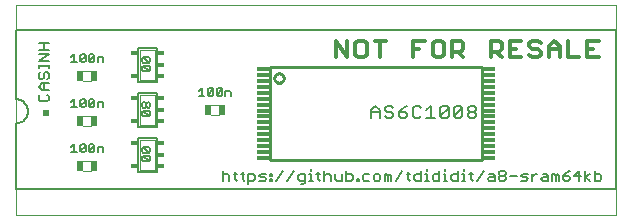
<source format=gto>
G75*
%MOIN*%
%OFA0B0*%
%FSLAX24Y24*%
%IPPOS*%
%LPD*%
%AMOC8*
5,1,8,0,0,1.08239X$1,22.5*
%
%ADD10C,0.0000*%
%ADD11C,0.0060*%
%ADD12C,0.0140*%
%ADD13C,0.0100*%
%ADD14R,0.0420X0.0120*%
%ADD15C,0.0080*%
%ADD16C,0.0004*%
%ADD17C,0.0050*%
%ADD18C,0.0030*%
%ADD19R,0.0295X0.0130*%
%ADD20R,0.0200X0.0200*%
%ADD21C,0.0040*%
%ADD22R,0.0197X0.0374*%
D10*
X000180Y000180D02*
X000180Y007180D01*
X020180Y007180D01*
X020180Y000180D01*
X000180Y000180D01*
D11*
X000180Y001030D02*
X000180Y003230D01*
X000219Y003232D01*
X000258Y003238D01*
X000296Y003247D01*
X000333Y003260D01*
X000369Y003277D01*
X000402Y003297D01*
X000434Y003321D01*
X000463Y003347D01*
X000489Y003376D01*
X000513Y003408D01*
X000533Y003441D01*
X000550Y003477D01*
X000563Y003514D01*
X000572Y003552D01*
X000578Y003591D01*
X000580Y003630D01*
X000578Y003669D01*
X000572Y003708D01*
X000563Y003746D01*
X000550Y003783D01*
X000533Y003819D01*
X000513Y003852D01*
X000489Y003884D01*
X000463Y003913D01*
X000434Y003939D01*
X000402Y003963D01*
X000369Y003983D01*
X000333Y004000D01*
X000296Y004013D01*
X000258Y004022D01*
X000219Y004028D01*
X000180Y004030D01*
X000180Y006330D01*
X020180Y006330D01*
X020180Y001030D01*
X000180Y001030D01*
X007067Y001310D02*
X007067Y001650D01*
X007123Y001537D02*
X007237Y001537D01*
X007294Y001480D01*
X007294Y001310D01*
X007492Y001367D02*
X007548Y001310D01*
X007492Y001367D02*
X007492Y001594D01*
X007548Y001537D02*
X007435Y001537D01*
X007681Y001537D02*
X007794Y001537D01*
X007737Y001594D02*
X007737Y001367D01*
X007794Y001310D01*
X007926Y001310D02*
X008096Y001310D01*
X008153Y001367D01*
X008153Y001480D01*
X008096Y001537D01*
X007926Y001537D01*
X007926Y001197D01*
X008294Y001310D02*
X008465Y001310D01*
X008521Y001367D01*
X008465Y001423D01*
X008351Y001423D01*
X008294Y001480D01*
X008351Y001537D01*
X008521Y001537D01*
X008663Y001537D02*
X008663Y001480D01*
X008719Y001480D01*
X008719Y001537D01*
X008663Y001537D01*
X008663Y001367D02*
X008663Y001310D01*
X008719Y001310D01*
X008719Y001367D01*
X008663Y001367D01*
X008847Y001310D02*
X009074Y001650D01*
X009215Y001310D02*
X009442Y001650D01*
X009584Y001480D02*
X009584Y001367D01*
X009640Y001310D01*
X009810Y001310D01*
X009810Y001253D02*
X009810Y001537D01*
X009640Y001537D01*
X009584Y001480D01*
X009952Y001537D02*
X010009Y001537D01*
X010009Y001310D01*
X010065Y001310D02*
X009952Y001310D01*
X009810Y001253D02*
X009754Y001197D01*
X009697Y001197D01*
X010254Y001367D02*
X010311Y001310D01*
X010254Y001367D02*
X010254Y001594D01*
X010197Y001537D02*
X010311Y001537D01*
X010443Y001480D02*
X010500Y001537D01*
X010613Y001537D01*
X010670Y001480D01*
X010670Y001310D01*
X010811Y001367D02*
X010868Y001310D01*
X011038Y001310D01*
X011038Y001537D01*
X011180Y001537D02*
X011350Y001537D01*
X011406Y001480D01*
X011406Y001367D01*
X011350Y001310D01*
X011180Y001310D01*
X011180Y001650D01*
X010811Y001537D02*
X010811Y001367D01*
X010443Y001310D02*
X010443Y001650D01*
X010009Y001650D02*
X010009Y001707D01*
X011548Y001367D02*
X011548Y001310D01*
X011605Y001310D01*
X011605Y001367D01*
X011548Y001367D01*
X011732Y001367D02*
X011789Y001310D01*
X011959Y001310D01*
X012100Y001367D02*
X012157Y001310D01*
X012271Y001310D01*
X012327Y001367D01*
X012327Y001480D01*
X012271Y001537D01*
X012157Y001537D01*
X012100Y001480D01*
X012100Y001367D01*
X011959Y001537D02*
X011789Y001537D01*
X011732Y001480D01*
X011732Y001367D01*
X012469Y001310D02*
X012469Y001537D01*
X012525Y001537D01*
X012582Y001480D01*
X012639Y001537D01*
X012696Y001480D01*
X012696Y001310D01*
X012582Y001310D02*
X012582Y001480D01*
X012837Y001310D02*
X013064Y001650D01*
X013262Y001594D02*
X013262Y001367D01*
X013319Y001310D01*
X013451Y001367D02*
X013451Y001480D01*
X013508Y001537D01*
X013678Y001537D01*
X013819Y001537D02*
X013876Y001537D01*
X013876Y001310D01*
X013819Y001310D02*
X013933Y001310D01*
X014065Y001367D02*
X014065Y001480D01*
X014121Y001537D01*
X014292Y001537D01*
X014433Y001537D02*
X014490Y001537D01*
X014490Y001310D01*
X014546Y001310D02*
X014433Y001310D01*
X014292Y001310D02*
X014121Y001310D01*
X014065Y001367D01*
X014292Y001310D02*
X014292Y001650D01*
X014490Y001650D02*
X014490Y001707D01*
X014905Y001650D02*
X014905Y001310D01*
X014735Y001310D01*
X014679Y001367D01*
X014679Y001480D01*
X014735Y001537D01*
X014905Y001537D01*
X015047Y001537D02*
X015104Y001537D01*
X015104Y001310D01*
X015160Y001310D02*
X015047Y001310D01*
X015349Y001367D02*
X015406Y001310D01*
X015349Y001367D02*
X015349Y001594D01*
X015292Y001537D02*
X015406Y001537D01*
X015538Y001310D02*
X015765Y001650D01*
X015963Y001537D02*
X016076Y001537D01*
X016133Y001480D01*
X016133Y001310D01*
X015963Y001310D01*
X015906Y001367D01*
X015963Y001423D01*
X016133Y001423D01*
X016275Y001423D02*
X016331Y001480D01*
X016445Y001480D01*
X016501Y001423D01*
X016501Y001367D01*
X016445Y001310D01*
X016331Y001310D01*
X016275Y001367D01*
X016275Y001423D01*
X016331Y001480D02*
X016275Y001537D01*
X016275Y001594D01*
X016331Y001650D01*
X016445Y001650D01*
X016501Y001594D01*
X016501Y001537D01*
X016445Y001480D01*
X016643Y001480D02*
X016870Y001480D01*
X017011Y001480D02*
X017068Y001423D01*
X017181Y001423D01*
X017238Y001367D01*
X017181Y001310D01*
X017011Y001310D01*
X017380Y001310D02*
X017380Y001537D01*
X017493Y001537D02*
X017550Y001537D01*
X017493Y001537D02*
X017380Y001423D01*
X017238Y001537D02*
X017068Y001537D01*
X017011Y001480D01*
X017686Y001367D02*
X017743Y001423D01*
X017913Y001423D01*
X017913Y001480D02*
X017913Y001310D01*
X017743Y001310D01*
X017686Y001367D01*
X017743Y001537D02*
X017857Y001537D01*
X017913Y001480D01*
X018055Y001537D02*
X018112Y001537D01*
X018168Y001480D01*
X018225Y001537D01*
X018282Y001480D01*
X018282Y001310D01*
X018168Y001310D02*
X018168Y001480D01*
X018055Y001537D02*
X018055Y001310D01*
X018423Y001367D02*
X018480Y001310D01*
X018593Y001310D01*
X018650Y001367D01*
X018650Y001423D01*
X018593Y001480D01*
X018423Y001480D01*
X018423Y001367D01*
X018423Y001480D02*
X018537Y001594D01*
X018650Y001650D01*
X018791Y001480D02*
X019018Y001480D01*
X019160Y001423D02*
X019330Y001537D01*
X019467Y001537D02*
X019637Y001537D01*
X019694Y001480D01*
X019694Y001367D01*
X019637Y001310D01*
X019467Y001310D01*
X019467Y001650D01*
X019160Y001650D02*
X019160Y001310D01*
X019160Y001423D02*
X019330Y001310D01*
X018962Y001310D02*
X018962Y001650D01*
X018791Y001480D01*
X015104Y001650D02*
X015104Y001707D01*
X013876Y001707D02*
X013876Y001650D01*
X013678Y001650D02*
X013678Y001310D01*
X013508Y001310D01*
X013451Y001367D01*
X013319Y001537D02*
X013205Y001537D01*
X007123Y001537D02*
X007067Y001480D01*
X001275Y004017D02*
X001218Y003960D01*
X000991Y003960D01*
X000935Y004017D01*
X000935Y004130D01*
X000991Y004187D01*
X001218Y004187D02*
X001275Y004130D01*
X001275Y004017D01*
X001275Y004328D02*
X001048Y004328D01*
X000935Y004442D01*
X001048Y004555D01*
X001275Y004555D01*
X001105Y004555D02*
X001105Y004328D01*
X001048Y004697D02*
X000991Y004697D01*
X000935Y004753D01*
X000935Y004867D01*
X000991Y004923D01*
X001105Y004867D02*
X001162Y004923D01*
X001218Y004923D01*
X001275Y004867D01*
X001275Y004753D01*
X001218Y004697D01*
X001105Y004753D02*
X001048Y004697D01*
X001105Y004753D02*
X001105Y004867D01*
X001275Y005065D02*
X001275Y005178D01*
X001275Y005122D02*
X000935Y005122D01*
X000935Y005178D02*
X000935Y005065D01*
X000935Y005310D02*
X001275Y005537D01*
X000935Y005537D01*
X000935Y005679D02*
X001275Y005679D01*
X001105Y005679D02*
X001105Y005906D01*
X000935Y005906D02*
X001275Y005906D01*
X001275Y005310D02*
X000935Y005310D01*
D12*
X010851Y005425D02*
X010851Y005985D01*
X011225Y005425D01*
X011225Y005985D01*
X011496Y005892D02*
X011496Y005518D01*
X011589Y005425D01*
X011776Y005425D01*
X011869Y005518D01*
X011869Y005892D01*
X011776Y005985D01*
X011589Y005985D01*
X011496Y005892D01*
X012140Y005985D02*
X012514Y005985D01*
X012327Y005985D02*
X012327Y005425D01*
X013429Y005425D02*
X013429Y005985D01*
X013803Y005985D01*
X014074Y005892D02*
X014074Y005518D01*
X014167Y005425D01*
X014354Y005425D01*
X014448Y005518D01*
X014448Y005892D01*
X014354Y005985D01*
X014167Y005985D01*
X014074Y005892D01*
X013616Y005705D02*
X013429Y005705D01*
X014719Y005612D02*
X014999Y005612D01*
X015092Y005705D01*
X015092Y005892D01*
X014999Y005985D01*
X014719Y005985D01*
X014719Y005425D01*
X014905Y005612D02*
X015092Y005425D01*
X016008Y005425D02*
X016008Y005985D01*
X016288Y005985D01*
X016381Y005892D01*
X016381Y005705D01*
X016288Y005612D01*
X016008Y005612D01*
X016195Y005612D02*
X016381Y005425D01*
X016652Y005425D02*
X017026Y005425D01*
X017297Y005518D02*
X017390Y005425D01*
X017577Y005425D01*
X017670Y005518D01*
X017670Y005612D01*
X017577Y005705D01*
X017390Y005705D01*
X017297Y005799D01*
X017297Y005892D01*
X017390Y005985D01*
X017577Y005985D01*
X017670Y005892D01*
X017941Y005799D02*
X018128Y005985D01*
X018315Y005799D01*
X018315Y005425D01*
X017941Y005425D02*
X017941Y005799D01*
X017941Y005705D02*
X018315Y005705D01*
X018586Y005425D02*
X018960Y005425D01*
X019230Y005425D02*
X019604Y005425D01*
X019230Y005425D02*
X019230Y005985D01*
X019604Y005985D01*
X019417Y005705D02*
X019230Y005705D01*
X018586Y005985D02*
X018586Y005425D01*
X017026Y005985D02*
X016652Y005985D01*
X016652Y005425D01*
X016652Y005705D02*
X016839Y005705D01*
D13*
X015723Y005090D02*
X015723Y002020D01*
X008637Y002020D01*
X008637Y005090D01*
X015723Y005090D01*
X008791Y004736D02*
X008793Y004761D01*
X008799Y004785D01*
X008808Y004807D01*
X008821Y004828D01*
X008837Y004847D01*
X008856Y004863D01*
X008877Y004876D01*
X008899Y004885D01*
X008923Y004891D01*
X008948Y004893D01*
X008973Y004891D01*
X008997Y004885D01*
X009019Y004876D01*
X009040Y004863D01*
X009059Y004847D01*
X009075Y004828D01*
X009088Y004807D01*
X009097Y004785D01*
X009103Y004761D01*
X009105Y004736D01*
X009103Y004711D01*
X009097Y004687D01*
X009088Y004665D01*
X009075Y004644D01*
X009059Y004625D01*
X009040Y004609D01*
X009019Y004596D01*
X008997Y004587D01*
X008973Y004581D01*
X008948Y004579D01*
X008923Y004581D01*
X008899Y004587D01*
X008877Y004596D01*
X008856Y004609D01*
X008837Y004625D01*
X008821Y004644D01*
X008808Y004665D01*
X008799Y004687D01*
X008793Y004711D01*
X008791Y004736D01*
D14*
X008410Y004638D03*
X008410Y004835D03*
X008410Y005031D03*
X008410Y004441D03*
X008410Y004244D03*
X008410Y004047D03*
X008410Y003850D03*
X008410Y003653D03*
X008410Y003457D03*
X008410Y003260D03*
X008410Y003063D03*
X008410Y002866D03*
X008410Y002669D03*
X008410Y002472D03*
X008410Y002275D03*
X008410Y002079D03*
X015950Y002079D03*
X015950Y002275D03*
X015950Y002472D03*
X015950Y002669D03*
X015950Y002866D03*
X015950Y003063D03*
X015950Y003260D03*
X015950Y003457D03*
X015950Y003653D03*
X015950Y003850D03*
X015950Y004047D03*
X015950Y004244D03*
X015950Y004441D03*
X015950Y004638D03*
X015950Y004835D03*
X015950Y005031D03*
D15*
X015453Y003815D02*
X015523Y003745D01*
X015523Y003675D01*
X015453Y003605D01*
X015313Y003605D01*
X015243Y003675D01*
X015243Y003745D01*
X015313Y003815D01*
X015453Y003815D01*
X015063Y003745D02*
X014782Y003465D01*
X014852Y003395D01*
X014993Y003395D01*
X015063Y003465D01*
X015063Y003745D01*
X014993Y003815D01*
X014852Y003815D01*
X014782Y003745D01*
X014782Y003465D01*
X014602Y003465D02*
X014532Y003395D01*
X014392Y003395D01*
X014322Y003465D01*
X014602Y003745D01*
X014602Y003465D01*
X014322Y003465D02*
X014322Y003745D01*
X014392Y003815D01*
X014532Y003815D01*
X014602Y003745D01*
X014002Y003815D02*
X013862Y003675D01*
X013681Y003745D02*
X013611Y003815D01*
X013471Y003815D01*
X013401Y003745D01*
X013401Y003465D01*
X013471Y003395D01*
X013611Y003395D01*
X013681Y003465D01*
X013862Y003395D02*
X014142Y003395D01*
X014002Y003395D02*
X014002Y003815D01*
X013221Y003815D02*
X013081Y003745D01*
X012941Y003605D01*
X013151Y003605D01*
X013221Y003535D01*
X013221Y003465D01*
X013151Y003395D01*
X013011Y003395D01*
X012941Y003465D01*
X012941Y003605D01*
X012761Y003535D02*
X012761Y003465D01*
X012691Y003395D01*
X012550Y003395D01*
X012480Y003465D01*
X012550Y003605D02*
X012691Y003605D01*
X012761Y003535D01*
X012550Y003605D02*
X012480Y003675D01*
X012480Y003745D01*
X012550Y003815D01*
X012691Y003815D01*
X012761Y003745D01*
X012300Y003675D02*
X012300Y003395D01*
X012020Y003395D02*
X012020Y003675D01*
X012160Y003815D01*
X012300Y003675D01*
X012300Y003605D02*
X012020Y003605D01*
X015243Y003535D02*
X015243Y003465D01*
X015313Y003395D01*
X015453Y003395D01*
X015523Y003465D01*
X015523Y003535D01*
X015453Y003605D01*
X015313Y003605D02*
X015243Y003535D01*
D16*
X005067Y003680D02*
X005063Y003680D01*
X005063Y005180D02*
X005067Y005180D01*
X005063Y002180D02*
X005067Y002180D01*
D17*
X004655Y002090D02*
X004655Y002000D01*
X004610Y001955D01*
X004430Y002135D01*
X004610Y002135D01*
X004655Y002090D01*
X004430Y002135D02*
X004385Y002090D01*
X004385Y002000D01*
X004430Y001955D01*
X004610Y001955D01*
X004610Y002250D02*
X004430Y002250D01*
X004385Y002295D01*
X004385Y002385D01*
X004430Y002430D01*
X004610Y002250D01*
X004655Y002295D01*
X004655Y002385D01*
X004610Y002430D01*
X004430Y002430D01*
X004240Y002739D02*
X004240Y001621D01*
X004870Y001621D01*
X004870Y002739D01*
X004240Y002739D01*
X004240Y003121D02*
X004240Y004239D01*
X004870Y004239D01*
X004870Y003121D01*
X004240Y003121D01*
X004430Y003455D02*
X004385Y003500D01*
X004385Y003590D01*
X004430Y003635D01*
X004610Y003455D01*
X004655Y003500D01*
X004655Y003590D01*
X004610Y003635D01*
X004430Y003635D01*
X004430Y003750D02*
X004475Y003750D01*
X004520Y003795D01*
X004520Y003885D01*
X004565Y003930D01*
X004610Y003930D01*
X004655Y003885D01*
X004655Y003795D01*
X004610Y003750D01*
X004565Y003750D01*
X004520Y003795D01*
X004520Y003885D02*
X004475Y003930D01*
X004430Y003930D01*
X004385Y003885D01*
X004385Y003795D01*
X004430Y003750D01*
X004430Y003455D02*
X004610Y003455D01*
X003091Y003760D02*
X003091Y003895D01*
X003045Y003940D01*
X002910Y003940D01*
X002910Y003760D01*
X002796Y003805D02*
X002751Y003760D01*
X002661Y003760D01*
X002616Y003805D01*
X002796Y003985D01*
X002796Y003805D01*
X002616Y003805D02*
X002616Y003985D01*
X002661Y004030D01*
X002751Y004030D01*
X002796Y003985D01*
X002501Y003985D02*
X002321Y003805D01*
X002366Y003760D01*
X002456Y003760D01*
X002501Y003805D01*
X002501Y003985D01*
X002456Y004030D01*
X002366Y004030D01*
X002321Y003985D01*
X002321Y003805D01*
X002207Y003760D02*
X002026Y003760D01*
X002116Y003760D02*
X002116Y004030D01*
X002026Y003940D01*
X004240Y004621D02*
X004240Y005739D01*
X004870Y005739D01*
X004870Y004621D01*
X004240Y004621D01*
X004430Y004955D02*
X004385Y005000D01*
X004385Y005090D01*
X004430Y005135D01*
X004610Y004955D01*
X004655Y005000D01*
X004655Y005090D01*
X004610Y005135D01*
X004430Y005135D01*
X004430Y005250D02*
X004385Y005295D01*
X004385Y005385D01*
X004430Y005430D01*
X004610Y005250D01*
X004655Y005295D01*
X004655Y005385D01*
X004610Y005430D01*
X004430Y005430D01*
X004430Y005250D02*
X004610Y005250D01*
X004610Y004955D02*
X004430Y004955D01*
X003091Y005260D02*
X003091Y005395D01*
X003045Y005440D01*
X002910Y005440D01*
X002910Y005260D01*
X002796Y005305D02*
X002751Y005260D01*
X002661Y005260D01*
X002616Y005305D01*
X002796Y005485D01*
X002796Y005305D01*
X002616Y005305D02*
X002616Y005485D01*
X002661Y005530D01*
X002751Y005530D01*
X002796Y005485D01*
X002501Y005485D02*
X002456Y005530D01*
X002366Y005530D01*
X002321Y005485D01*
X002321Y005305D01*
X002501Y005485D01*
X002501Y005305D01*
X002456Y005260D01*
X002366Y005260D01*
X002321Y005305D01*
X002207Y005260D02*
X002026Y005260D01*
X002116Y005260D02*
X002116Y005530D01*
X002026Y005440D01*
X006276Y004315D02*
X006366Y004405D01*
X006366Y004135D01*
X006276Y004135D02*
X006457Y004135D01*
X006571Y004180D02*
X006751Y004360D01*
X006751Y004180D01*
X006706Y004135D01*
X006616Y004135D01*
X006571Y004180D01*
X006571Y004360D01*
X006616Y004405D01*
X006706Y004405D01*
X006751Y004360D01*
X006866Y004360D02*
X006911Y004405D01*
X007001Y004405D01*
X007046Y004360D01*
X006866Y004180D01*
X006911Y004135D01*
X007001Y004135D01*
X007046Y004180D01*
X007046Y004360D01*
X007160Y004315D02*
X007295Y004315D01*
X007341Y004270D01*
X007341Y004135D01*
X007160Y004135D02*
X007160Y004315D01*
X006866Y004360D02*
X006866Y004180D01*
X002796Y002485D02*
X002751Y002530D01*
X002661Y002530D01*
X002616Y002485D01*
X002616Y002305D01*
X002796Y002485D01*
X002796Y002305D01*
X002751Y002260D01*
X002661Y002260D01*
X002616Y002305D01*
X002501Y002305D02*
X002456Y002260D01*
X002366Y002260D01*
X002321Y002305D01*
X002501Y002485D01*
X002501Y002305D01*
X002321Y002305D02*
X002321Y002485D01*
X002366Y002530D01*
X002456Y002530D01*
X002501Y002485D01*
X002116Y002530D02*
X002116Y002260D01*
X002026Y002260D02*
X002207Y002260D01*
X002026Y002440D02*
X002116Y002530D01*
X002910Y002440D02*
X002910Y002260D01*
X003091Y002260D02*
X003091Y002395D01*
X003045Y002440D01*
X002910Y002440D01*
D18*
X004299Y002684D02*
X004815Y002684D01*
X004815Y001680D01*
X004299Y001680D01*
X004299Y002684D01*
X004299Y003180D02*
X004815Y003180D01*
X004815Y004184D01*
X004299Y004184D01*
X004299Y003180D01*
X004299Y004680D02*
X004815Y004680D01*
X004815Y005684D01*
X004299Y005684D01*
X004299Y004680D01*
D19*
X004140Y004808D03*
X004966Y004808D03*
X004966Y005182D03*
X004966Y005556D03*
X004144Y005556D03*
X004144Y004056D03*
X004966Y004056D03*
X004966Y003682D03*
X004966Y003308D03*
X004140Y003308D03*
X004144Y002556D03*
X004966Y002556D03*
X004966Y002182D03*
X004966Y001808D03*
X004140Y001808D03*
D20*
X001180Y003555D03*
D21*
X002415Y003470D02*
X002695Y003470D01*
X002695Y003135D02*
X002415Y003135D01*
X002415Y001970D02*
X002695Y001970D01*
X002695Y001635D02*
X002415Y001635D01*
X006665Y003510D02*
X006945Y003510D01*
X006945Y003845D02*
X006665Y003845D01*
X002695Y004635D02*
X002415Y004635D01*
X002415Y004970D02*
X002695Y004970D01*
D22*
X002787Y004803D03*
X002327Y004803D03*
X002327Y003303D03*
X002787Y003303D03*
X006577Y003678D03*
X007037Y003678D03*
X002787Y001803D03*
X002327Y001803D03*
M02*

</source>
